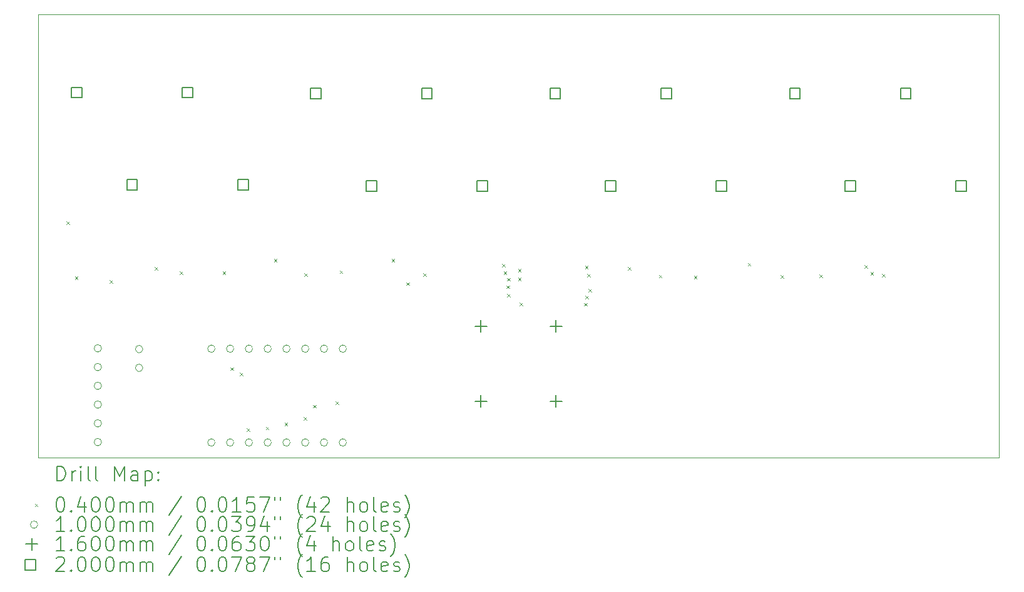
<source format=gbr>
%TF.GenerationSoftware,KiCad,Pcbnew,8.0.3*%
%TF.CreationDate,2025-02-02T18:29:42-08:00*%
%TF.ProjectId,Power_Distribution,506f7765-725f-4446-9973-747269627574,rev?*%
%TF.SameCoordinates,Original*%
%TF.FileFunction,Drillmap*%
%TF.FilePolarity,Positive*%
%FSLAX45Y45*%
G04 Gerber Fmt 4.5, Leading zero omitted, Abs format (unit mm)*
G04 Created by KiCad (PCBNEW 8.0.3) date 2025-02-02 18:29:42*
%MOMM*%
%LPD*%
G01*
G04 APERTURE LIST*
%ADD10C,0.100000*%
%ADD11C,0.200000*%
%ADD12C,0.160000*%
G04 APERTURE END LIST*
D10*
X8153640Y-5227320D02*
X21153640Y-5227320D01*
X21153640Y-11227320D01*
X8153640Y-11227320D01*
X8153640Y-5227320D01*
D11*
D10*
X8534720Y-8026720D02*
X8574720Y-8066720D01*
X8574720Y-8026720D02*
X8534720Y-8066720D01*
X8651560Y-8773480D02*
X8691560Y-8813480D01*
X8691560Y-8773480D02*
X8651560Y-8813480D01*
X9118920Y-8824280D02*
X9158920Y-8864280D01*
X9158920Y-8824280D02*
X9118920Y-8864280D01*
X9728520Y-8647120D02*
X9768520Y-8687120D01*
X9768520Y-8647120D02*
X9728520Y-8687120D01*
X10068880Y-8709000D02*
X10108880Y-8749000D01*
X10108880Y-8709000D02*
X10068880Y-8749000D01*
X10648000Y-8709000D02*
X10688000Y-8749000D01*
X10688000Y-8709000D02*
X10648000Y-8749000D01*
X10752777Y-10006590D02*
X10792777Y-10046590D01*
X10792777Y-10006590D02*
X10752777Y-10046590D01*
X10880217Y-10077390D02*
X10920217Y-10117390D01*
X10920217Y-10077390D02*
X10880217Y-10117390D01*
X10972537Y-10828960D02*
X11012537Y-10868960D01*
X11012537Y-10828960D02*
X10972537Y-10868960D01*
X11232200Y-10810560D02*
X11272200Y-10850560D01*
X11272200Y-10810560D02*
X11232200Y-10850560D01*
X11343960Y-8537240D02*
X11383960Y-8577240D01*
X11383960Y-8537240D02*
X11343960Y-8577240D01*
X11486200Y-10754680D02*
X11526200Y-10794680D01*
X11526200Y-10754680D02*
X11486200Y-10794680D01*
X11745280Y-10678480D02*
X11785280Y-10718480D01*
X11785280Y-10678480D02*
X11745280Y-10718480D01*
X11755440Y-8729320D02*
X11795440Y-8769320D01*
X11795440Y-8729320D02*
X11755440Y-8769320D01*
X11874748Y-10515280D02*
X11914748Y-10555280D01*
X11914748Y-10515280D02*
X11874748Y-10555280D01*
X12177080Y-10470200D02*
X12217080Y-10510200D01*
X12217080Y-10470200D02*
X12177080Y-10510200D01*
X12232960Y-8693760D02*
X12272960Y-8733760D01*
X12272960Y-8693760D02*
X12232960Y-8733760D01*
X12934000Y-8537240D02*
X12974000Y-8577240D01*
X12974000Y-8537240D02*
X12934000Y-8577240D01*
X13132779Y-8855720D02*
X13172779Y-8895720D01*
X13172779Y-8855720D02*
X13132779Y-8895720D01*
X13360720Y-8732840D02*
X13400720Y-8772840D01*
X13400720Y-8732840D02*
X13360720Y-8772840D01*
X14428868Y-8606338D02*
X14468868Y-8646338D01*
X14468868Y-8606338D02*
X14428868Y-8646338D01*
X14451033Y-8705400D02*
X14491033Y-8745400D01*
X14491033Y-8705400D02*
X14451033Y-8745400D01*
X14491714Y-8897246D02*
X14531714Y-8937246D01*
X14531714Y-8897246D02*
X14491714Y-8937246D01*
X14495939Y-8795108D02*
X14535939Y-8835108D01*
X14535939Y-8795108D02*
X14495939Y-8835108D01*
X14498640Y-9012240D02*
X14538640Y-9052240D01*
X14538640Y-9012240D02*
X14498640Y-9052240D01*
X14645198Y-8671812D02*
X14685198Y-8711812D01*
X14685198Y-8671812D02*
X14645198Y-8711812D01*
X14645960Y-8793800D02*
X14685960Y-8833800D01*
X14685960Y-8793800D02*
X14645960Y-8833800D01*
X14666280Y-9129080D02*
X14706280Y-9169080D01*
X14706280Y-9129080D02*
X14666280Y-9169080D01*
X15540040Y-9134160D02*
X15580040Y-9174160D01*
X15580040Y-9134160D02*
X15540040Y-9174160D01*
X15550847Y-8632522D02*
X15590847Y-8672522D01*
X15590847Y-8632522D02*
X15550847Y-8672522D01*
X15557887Y-9035299D02*
X15597887Y-9075299D01*
X15597887Y-9035299D02*
X15557887Y-9075299D01*
X15580680Y-8743000D02*
X15620680Y-8783000D01*
X15620680Y-8743000D02*
X15580680Y-8783000D01*
X15595455Y-8942279D02*
X15635455Y-8982279D01*
X15635455Y-8942279D02*
X15595455Y-8982279D01*
X16129320Y-8646800D02*
X16169320Y-8686800D01*
X16169320Y-8646800D02*
X16129320Y-8686800D01*
X16550960Y-8753160D02*
X16590960Y-8793160D01*
X16590960Y-8753160D02*
X16550960Y-8793160D01*
X17023400Y-8763320D02*
X17063400Y-8803320D01*
X17063400Y-8763320D02*
X17023400Y-8803320D01*
X17752233Y-8592200D02*
X17792233Y-8632200D01*
X17792233Y-8592200D02*
X17752233Y-8632200D01*
X18196880Y-8758240D02*
X18236880Y-8798240D01*
X18236880Y-8758240D02*
X18196880Y-8798240D01*
X18720120Y-8748080D02*
X18760120Y-8788080D01*
X18760120Y-8748080D02*
X18720120Y-8788080D01*
X19329720Y-8621080D02*
X19369720Y-8661080D01*
X19369720Y-8621080D02*
X19329720Y-8661080D01*
X19411000Y-8717600D02*
X19451000Y-8757600D01*
X19451000Y-8717600D02*
X19411000Y-8757600D01*
X19568480Y-8743000D02*
X19608480Y-8783000D01*
X19608480Y-8743000D02*
X19568480Y-8783000D01*
X9011120Y-9749020D02*
G75*
G02*
X8911120Y-9749020I-50000J0D01*
G01*
X8911120Y-9749020D02*
G75*
G02*
X9011120Y-9749020I50000J0D01*
G01*
X9011120Y-10003020D02*
G75*
G02*
X8911120Y-10003020I-50000J0D01*
G01*
X8911120Y-10003020D02*
G75*
G02*
X9011120Y-10003020I50000J0D01*
G01*
X9011120Y-10257020D02*
G75*
G02*
X8911120Y-10257020I-50000J0D01*
G01*
X8911120Y-10257020D02*
G75*
G02*
X9011120Y-10257020I50000J0D01*
G01*
X9011120Y-10511020D02*
G75*
G02*
X8911120Y-10511020I-50000J0D01*
G01*
X8911120Y-10511020D02*
G75*
G02*
X9011120Y-10511020I50000J0D01*
G01*
X9011120Y-10765020D02*
G75*
G02*
X8911120Y-10765020I-50000J0D01*
G01*
X8911120Y-10765020D02*
G75*
G02*
X9011120Y-10765020I50000J0D01*
G01*
X9011120Y-11019020D02*
G75*
G02*
X8911120Y-11019020I-50000J0D01*
G01*
X8911120Y-11019020D02*
G75*
G02*
X9011120Y-11019020I50000J0D01*
G01*
X9569920Y-9758680D02*
G75*
G02*
X9469920Y-9758680I-50000J0D01*
G01*
X9469920Y-9758680D02*
G75*
G02*
X9569920Y-9758680I50000J0D01*
G01*
X9569920Y-10012680D02*
G75*
G02*
X9469920Y-10012680I-50000J0D01*
G01*
X9469920Y-10012680D02*
G75*
G02*
X9569920Y-10012680I50000J0D01*
G01*
X10546780Y-9753600D02*
G75*
G02*
X10446780Y-9753600I-50000J0D01*
G01*
X10446780Y-9753600D02*
G75*
G02*
X10546780Y-9753600I50000J0D01*
G01*
X10546780Y-11023600D02*
G75*
G02*
X10446780Y-11023600I-50000J0D01*
G01*
X10446780Y-11023600D02*
G75*
G02*
X10546780Y-11023600I50000J0D01*
G01*
X10800780Y-9753600D02*
G75*
G02*
X10700780Y-9753600I-50000J0D01*
G01*
X10700780Y-9753600D02*
G75*
G02*
X10800780Y-9753600I50000J0D01*
G01*
X10800780Y-11023600D02*
G75*
G02*
X10700780Y-11023600I-50000J0D01*
G01*
X10700780Y-11023600D02*
G75*
G02*
X10800780Y-11023600I50000J0D01*
G01*
X11054780Y-9753600D02*
G75*
G02*
X10954780Y-9753600I-50000J0D01*
G01*
X10954780Y-9753600D02*
G75*
G02*
X11054780Y-9753600I50000J0D01*
G01*
X11054780Y-11023600D02*
G75*
G02*
X10954780Y-11023600I-50000J0D01*
G01*
X10954780Y-11023600D02*
G75*
G02*
X11054780Y-11023600I50000J0D01*
G01*
X11308780Y-9753600D02*
G75*
G02*
X11208780Y-9753600I-50000J0D01*
G01*
X11208780Y-9753600D02*
G75*
G02*
X11308780Y-9753600I50000J0D01*
G01*
X11308780Y-11023600D02*
G75*
G02*
X11208780Y-11023600I-50000J0D01*
G01*
X11208780Y-11023600D02*
G75*
G02*
X11308780Y-11023600I50000J0D01*
G01*
X11562780Y-9753600D02*
G75*
G02*
X11462780Y-9753600I-50000J0D01*
G01*
X11462780Y-9753600D02*
G75*
G02*
X11562780Y-9753600I50000J0D01*
G01*
X11562780Y-11023600D02*
G75*
G02*
X11462780Y-11023600I-50000J0D01*
G01*
X11462780Y-11023600D02*
G75*
G02*
X11562780Y-11023600I50000J0D01*
G01*
X11816780Y-9753600D02*
G75*
G02*
X11716780Y-9753600I-50000J0D01*
G01*
X11716780Y-9753600D02*
G75*
G02*
X11816780Y-9753600I50000J0D01*
G01*
X11816780Y-11023600D02*
G75*
G02*
X11716780Y-11023600I-50000J0D01*
G01*
X11716780Y-11023600D02*
G75*
G02*
X11816780Y-11023600I50000J0D01*
G01*
X12070780Y-9753600D02*
G75*
G02*
X11970780Y-9753600I-50000J0D01*
G01*
X11970780Y-9753600D02*
G75*
G02*
X12070780Y-9753600I50000J0D01*
G01*
X12070780Y-11023600D02*
G75*
G02*
X11970780Y-11023600I-50000J0D01*
G01*
X11970780Y-11023600D02*
G75*
G02*
X12070780Y-11023600I50000J0D01*
G01*
X12324780Y-9753600D02*
G75*
G02*
X12224780Y-9753600I-50000J0D01*
G01*
X12224780Y-9753600D02*
G75*
G02*
X12324780Y-9753600I50000J0D01*
G01*
X12324780Y-11023600D02*
G75*
G02*
X12224780Y-11023600I-50000J0D01*
G01*
X12224780Y-11023600D02*
G75*
G02*
X12324780Y-11023600I50000J0D01*
G01*
D12*
X14142720Y-9368800D02*
X14142720Y-9528800D01*
X14062720Y-9448800D02*
X14222720Y-9448800D01*
X14142720Y-10384800D02*
X14142720Y-10544800D01*
X14062720Y-10464800D02*
X14222720Y-10464800D01*
X15158720Y-9368800D02*
X15158720Y-9528800D01*
X15078720Y-9448800D02*
X15238720Y-9448800D01*
X15158720Y-10384800D02*
X15158720Y-10544800D01*
X15078720Y-10464800D02*
X15238720Y-10464800D01*
D11*
X8745951Y-6354671D02*
X8745951Y-6213249D01*
X8604529Y-6213249D01*
X8604529Y-6354671D01*
X8745951Y-6354671D01*
X9495951Y-7604671D02*
X9495951Y-7463249D01*
X9354529Y-7463249D01*
X9354529Y-7604671D01*
X9495951Y-7604671D01*
X10245951Y-6354671D02*
X10245951Y-6213249D01*
X10104529Y-6213249D01*
X10104529Y-6354671D01*
X10245951Y-6354671D01*
X10995951Y-7604671D02*
X10995951Y-7463249D01*
X10854529Y-7463249D01*
X10854529Y-7604671D01*
X10995951Y-7604671D01*
X11981911Y-6369911D02*
X11981911Y-6228489D01*
X11840489Y-6228489D01*
X11840489Y-6369911D01*
X11981911Y-6369911D01*
X12731911Y-7619911D02*
X12731911Y-7478489D01*
X12590489Y-7478489D01*
X12590489Y-7619911D01*
X12731911Y-7619911D01*
X13481911Y-6369911D02*
X13481911Y-6228489D01*
X13340489Y-6228489D01*
X13340489Y-6369911D01*
X13481911Y-6369911D01*
X14231911Y-7619911D02*
X14231911Y-7478489D01*
X14090489Y-7478489D01*
X14090489Y-7619911D01*
X14231911Y-7619911D01*
X15219271Y-6369911D02*
X15219271Y-6228489D01*
X15077849Y-6228489D01*
X15077849Y-6369911D01*
X15219271Y-6369911D01*
X15969271Y-7619911D02*
X15969271Y-7478489D01*
X15827849Y-7478489D01*
X15827849Y-7619911D01*
X15969271Y-7619911D01*
X16719271Y-6369911D02*
X16719271Y-6228489D01*
X16577849Y-6228489D01*
X16577849Y-6369911D01*
X16719271Y-6369911D01*
X17469271Y-7619911D02*
X17469271Y-7478489D01*
X17327849Y-7478489D01*
X17327849Y-7619911D01*
X17469271Y-7619911D01*
X18460311Y-6369911D02*
X18460311Y-6228489D01*
X18318889Y-6228489D01*
X18318889Y-6369911D01*
X18460311Y-6369911D01*
X19210311Y-7619911D02*
X19210311Y-7478489D01*
X19068889Y-7478489D01*
X19068889Y-7619911D01*
X19210311Y-7619911D01*
X19960311Y-6369911D02*
X19960311Y-6228489D01*
X19818889Y-6228489D01*
X19818889Y-6369911D01*
X19960311Y-6369911D01*
X20710311Y-7619911D02*
X20710311Y-7478489D01*
X20568889Y-7478489D01*
X20568889Y-7619911D01*
X20710311Y-7619911D01*
X8409417Y-11543804D02*
X8409417Y-11343804D01*
X8409417Y-11343804D02*
X8457036Y-11343804D01*
X8457036Y-11343804D02*
X8485607Y-11353328D01*
X8485607Y-11353328D02*
X8504655Y-11372375D01*
X8504655Y-11372375D02*
X8514179Y-11391423D01*
X8514179Y-11391423D02*
X8523703Y-11429518D01*
X8523703Y-11429518D02*
X8523703Y-11458089D01*
X8523703Y-11458089D02*
X8514179Y-11496185D01*
X8514179Y-11496185D02*
X8504655Y-11515232D01*
X8504655Y-11515232D02*
X8485607Y-11534280D01*
X8485607Y-11534280D02*
X8457036Y-11543804D01*
X8457036Y-11543804D02*
X8409417Y-11543804D01*
X8609417Y-11543804D02*
X8609417Y-11410470D01*
X8609417Y-11448566D02*
X8618941Y-11429518D01*
X8618941Y-11429518D02*
X8628464Y-11419994D01*
X8628464Y-11419994D02*
X8647512Y-11410470D01*
X8647512Y-11410470D02*
X8666560Y-11410470D01*
X8733226Y-11543804D02*
X8733226Y-11410470D01*
X8733226Y-11343804D02*
X8723703Y-11353328D01*
X8723703Y-11353328D02*
X8733226Y-11362851D01*
X8733226Y-11362851D02*
X8742750Y-11353328D01*
X8742750Y-11353328D02*
X8733226Y-11343804D01*
X8733226Y-11343804D02*
X8733226Y-11362851D01*
X8857036Y-11543804D02*
X8837988Y-11534280D01*
X8837988Y-11534280D02*
X8828464Y-11515232D01*
X8828464Y-11515232D02*
X8828464Y-11343804D01*
X8961798Y-11543804D02*
X8942750Y-11534280D01*
X8942750Y-11534280D02*
X8933226Y-11515232D01*
X8933226Y-11515232D02*
X8933226Y-11343804D01*
X9190369Y-11543804D02*
X9190369Y-11343804D01*
X9190369Y-11343804D02*
X9257036Y-11486661D01*
X9257036Y-11486661D02*
X9323703Y-11343804D01*
X9323703Y-11343804D02*
X9323703Y-11543804D01*
X9504655Y-11543804D02*
X9504655Y-11439042D01*
X9504655Y-11439042D02*
X9495131Y-11419994D01*
X9495131Y-11419994D02*
X9476084Y-11410470D01*
X9476084Y-11410470D02*
X9437988Y-11410470D01*
X9437988Y-11410470D02*
X9418941Y-11419994D01*
X9504655Y-11534280D02*
X9485607Y-11543804D01*
X9485607Y-11543804D02*
X9437988Y-11543804D01*
X9437988Y-11543804D02*
X9418941Y-11534280D01*
X9418941Y-11534280D02*
X9409417Y-11515232D01*
X9409417Y-11515232D02*
X9409417Y-11496185D01*
X9409417Y-11496185D02*
X9418941Y-11477137D01*
X9418941Y-11477137D02*
X9437988Y-11467613D01*
X9437988Y-11467613D02*
X9485607Y-11467613D01*
X9485607Y-11467613D02*
X9504655Y-11458089D01*
X9599893Y-11410470D02*
X9599893Y-11610470D01*
X9599893Y-11419994D02*
X9618941Y-11410470D01*
X9618941Y-11410470D02*
X9657036Y-11410470D01*
X9657036Y-11410470D02*
X9676084Y-11419994D01*
X9676084Y-11419994D02*
X9685607Y-11429518D01*
X9685607Y-11429518D02*
X9695131Y-11448566D01*
X9695131Y-11448566D02*
X9695131Y-11505708D01*
X9695131Y-11505708D02*
X9685607Y-11524756D01*
X9685607Y-11524756D02*
X9676084Y-11534280D01*
X9676084Y-11534280D02*
X9657036Y-11543804D01*
X9657036Y-11543804D02*
X9618941Y-11543804D01*
X9618941Y-11543804D02*
X9599893Y-11534280D01*
X9780845Y-11524756D02*
X9790369Y-11534280D01*
X9790369Y-11534280D02*
X9780845Y-11543804D01*
X9780845Y-11543804D02*
X9771322Y-11534280D01*
X9771322Y-11534280D02*
X9780845Y-11524756D01*
X9780845Y-11524756D02*
X9780845Y-11543804D01*
X9780845Y-11419994D02*
X9790369Y-11429518D01*
X9790369Y-11429518D02*
X9780845Y-11439042D01*
X9780845Y-11439042D02*
X9771322Y-11429518D01*
X9771322Y-11429518D02*
X9780845Y-11419994D01*
X9780845Y-11419994D02*
X9780845Y-11439042D01*
D10*
X8108640Y-11852320D02*
X8148640Y-11892320D01*
X8148640Y-11852320D02*
X8108640Y-11892320D01*
D11*
X8447512Y-11763804D02*
X8466560Y-11763804D01*
X8466560Y-11763804D02*
X8485607Y-11773328D01*
X8485607Y-11773328D02*
X8495131Y-11782851D01*
X8495131Y-11782851D02*
X8504655Y-11801899D01*
X8504655Y-11801899D02*
X8514179Y-11839994D01*
X8514179Y-11839994D02*
X8514179Y-11887613D01*
X8514179Y-11887613D02*
X8504655Y-11925708D01*
X8504655Y-11925708D02*
X8495131Y-11944756D01*
X8495131Y-11944756D02*
X8485607Y-11954280D01*
X8485607Y-11954280D02*
X8466560Y-11963804D01*
X8466560Y-11963804D02*
X8447512Y-11963804D01*
X8447512Y-11963804D02*
X8428464Y-11954280D01*
X8428464Y-11954280D02*
X8418941Y-11944756D01*
X8418941Y-11944756D02*
X8409417Y-11925708D01*
X8409417Y-11925708D02*
X8399893Y-11887613D01*
X8399893Y-11887613D02*
X8399893Y-11839994D01*
X8399893Y-11839994D02*
X8409417Y-11801899D01*
X8409417Y-11801899D02*
X8418941Y-11782851D01*
X8418941Y-11782851D02*
X8428464Y-11773328D01*
X8428464Y-11773328D02*
X8447512Y-11763804D01*
X8599893Y-11944756D02*
X8609417Y-11954280D01*
X8609417Y-11954280D02*
X8599893Y-11963804D01*
X8599893Y-11963804D02*
X8590369Y-11954280D01*
X8590369Y-11954280D02*
X8599893Y-11944756D01*
X8599893Y-11944756D02*
X8599893Y-11963804D01*
X8780845Y-11830470D02*
X8780845Y-11963804D01*
X8733226Y-11754280D02*
X8685607Y-11897137D01*
X8685607Y-11897137D02*
X8809417Y-11897137D01*
X8923703Y-11763804D02*
X8942750Y-11763804D01*
X8942750Y-11763804D02*
X8961798Y-11773328D01*
X8961798Y-11773328D02*
X8971322Y-11782851D01*
X8971322Y-11782851D02*
X8980845Y-11801899D01*
X8980845Y-11801899D02*
X8990369Y-11839994D01*
X8990369Y-11839994D02*
X8990369Y-11887613D01*
X8990369Y-11887613D02*
X8980845Y-11925708D01*
X8980845Y-11925708D02*
X8971322Y-11944756D01*
X8971322Y-11944756D02*
X8961798Y-11954280D01*
X8961798Y-11954280D02*
X8942750Y-11963804D01*
X8942750Y-11963804D02*
X8923703Y-11963804D01*
X8923703Y-11963804D02*
X8904655Y-11954280D01*
X8904655Y-11954280D02*
X8895131Y-11944756D01*
X8895131Y-11944756D02*
X8885607Y-11925708D01*
X8885607Y-11925708D02*
X8876084Y-11887613D01*
X8876084Y-11887613D02*
X8876084Y-11839994D01*
X8876084Y-11839994D02*
X8885607Y-11801899D01*
X8885607Y-11801899D02*
X8895131Y-11782851D01*
X8895131Y-11782851D02*
X8904655Y-11773328D01*
X8904655Y-11773328D02*
X8923703Y-11763804D01*
X9114179Y-11763804D02*
X9133226Y-11763804D01*
X9133226Y-11763804D02*
X9152274Y-11773328D01*
X9152274Y-11773328D02*
X9161798Y-11782851D01*
X9161798Y-11782851D02*
X9171322Y-11801899D01*
X9171322Y-11801899D02*
X9180845Y-11839994D01*
X9180845Y-11839994D02*
X9180845Y-11887613D01*
X9180845Y-11887613D02*
X9171322Y-11925708D01*
X9171322Y-11925708D02*
X9161798Y-11944756D01*
X9161798Y-11944756D02*
X9152274Y-11954280D01*
X9152274Y-11954280D02*
X9133226Y-11963804D01*
X9133226Y-11963804D02*
X9114179Y-11963804D01*
X9114179Y-11963804D02*
X9095131Y-11954280D01*
X9095131Y-11954280D02*
X9085607Y-11944756D01*
X9085607Y-11944756D02*
X9076084Y-11925708D01*
X9076084Y-11925708D02*
X9066560Y-11887613D01*
X9066560Y-11887613D02*
X9066560Y-11839994D01*
X9066560Y-11839994D02*
X9076084Y-11801899D01*
X9076084Y-11801899D02*
X9085607Y-11782851D01*
X9085607Y-11782851D02*
X9095131Y-11773328D01*
X9095131Y-11773328D02*
X9114179Y-11763804D01*
X9266560Y-11963804D02*
X9266560Y-11830470D01*
X9266560Y-11849518D02*
X9276084Y-11839994D01*
X9276084Y-11839994D02*
X9295131Y-11830470D01*
X9295131Y-11830470D02*
X9323703Y-11830470D01*
X9323703Y-11830470D02*
X9342750Y-11839994D01*
X9342750Y-11839994D02*
X9352274Y-11859042D01*
X9352274Y-11859042D02*
X9352274Y-11963804D01*
X9352274Y-11859042D02*
X9361798Y-11839994D01*
X9361798Y-11839994D02*
X9380845Y-11830470D01*
X9380845Y-11830470D02*
X9409417Y-11830470D01*
X9409417Y-11830470D02*
X9428465Y-11839994D01*
X9428465Y-11839994D02*
X9437988Y-11859042D01*
X9437988Y-11859042D02*
X9437988Y-11963804D01*
X9533226Y-11963804D02*
X9533226Y-11830470D01*
X9533226Y-11849518D02*
X9542750Y-11839994D01*
X9542750Y-11839994D02*
X9561798Y-11830470D01*
X9561798Y-11830470D02*
X9590369Y-11830470D01*
X9590369Y-11830470D02*
X9609417Y-11839994D01*
X9609417Y-11839994D02*
X9618941Y-11859042D01*
X9618941Y-11859042D02*
X9618941Y-11963804D01*
X9618941Y-11859042D02*
X9628465Y-11839994D01*
X9628465Y-11839994D02*
X9647512Y-11830470D01*
X9647512Y-11830470D02*
X9676084Y-11830470D01*
X9676084Y-11830470D02*
X9695131Y-11839994D01*
X9695131Y-11839994D02*
X9704655Y-11859042D01*
X9704655Y-11859042D02*
X9704655Y-11963804D01*
X10095131Y-11754280D02*
X9923703Y-12011423D01*
X10352274Y-11763804D02*
X10371322Y-11763804D01*
X10371322Y-11763804D02*
X10390369Y-11773328D01*
X10390369Y-11773328D02*
X10399893Y-11782851D01*
X10399893Y-11782851D02*
X10409417Y-11801899D01*
X10409417Y-11801899D02*
X10418941Y-11839994D01*
X10418941Y-11839994D02*
X10418941Y-11887613D01*
X10418941Y-11887613D02*
X10409417Y-11925708D01*
X10409417Y-11925708D02*
X10399893Y-11944756D01*
X10399893Y-11944756D02*
X10390369Y-11954280D01*
X10390369Y-11954280D02*
X10371322Y-11963804D01*
X10371322Y-11963804D02*
X10352274Y-11963804D01*
X10352274Y-11963804D02*
X10333227Y-11954280D01*
X10333227Y-11954280D02*
X10323703Y-11944756D01*
X10323703Y-11944756D02*
X10314179Y-11925708D01*
X10314179Y-11925708D02*
X10304655Y-11887613D01*
X10304655Y-11887613D02*
X10304655Y-11839994D01*
X10304655Y-11839994D02*
X10314179Y-11801899D01*
X10314179Y-11801899D02*
X10323703Y-11782851D01*
X10323703Y-11782851D02*
X10333227Y-11773328D01*
X10333227Y-11773328D02*
X10352274Y-11763804D01*
X10504655Y-11944756D02*
X10514179Y-11954280D01*
X10514179Y-11954280D02*
X10504655Y-11963804D01*
X10504655Y-11963804D02*
X10495131Y-11954280D01*
X10495131Y-11954280D02*
X10504655Y-11944756D01*
X10504655Y-11944756D02*
X10504655Y-11963804D01*
X10637988Y-11763804D02*
X10657036Y-11763804D01*
X10657036Y-11763804D02*
X10676084Y-11773328D01*
X10676084Y-11773328D02*
X10685608Y-11782851D01*
X10685608Y-11782851D02*
X10695131Y-11801899D01*
X10695131Y-11801899D02*
X10704655Y-11839994D01*
X10704655Y-11839994D02*
X10704655Y-11887613D01*
X10704655Y-11887613D02*
X10695131Y-11925708D01*
X10695131Y-11925708D02*
X10685608Y-11944756D01*
X10685608Y-11944756D02*
X10676084Y-11954280D01*
X10676084Y-11954280D02*
X10657036Y-11963804D01*
X10657036Y-11963804D02*
X10637988Y-11963804D01*
X10637988Y-11963804D02*
X10618941Y-11954280D01*
X10618941Y-11954280D02*
X10609417Y-11944756D01*
X10609417Y-11944756D02*
X10599893Y-11925708D01*
X10599893Y-11925708D02*
X10590369Y-11887613D01*
X10590369Y-11887613D02*
X10590369Y-11839994D01*
X10590369Y-11839994D02*
X10599893Y-11801899D01*
X10599893Y-11801899D02*
X10609417Y-11782851D01*
X10609417Y-11782851D02*
X10618941Y-11773328D01*
X10618941Y-11773328D02*
X10637988Y-11763804D01*
X10895131Y-11963804D02*
X10780846Y-11963804D01*
X10837988Y-11963804D02*
X10837988Y-11763804D01*
X10837988Y-11763804D02*
X10818941Y-11792375D01*
X10818941Y-11792375D02*
X10799893Y-11811423D01*
X10799893Y-11811423D02*
X10780846Y-11820947D01*
X11076084Y-11763804D02*
X10980846Y-11763804D01*
X10980846Y-11763804D02*
X10971322Y-11859042D01*
X10971322Y-11859042D02*
X10980846Y-11849518D01*
X10980846Y-11849518D02*
X10999893Y-11839994D01*
X10999893Y-11839994D02*
X11047512Y-11839994D01*
X11047512Y-11839994D02*
X11066560Y-11849518D01*
X11066560Y-11849518D02*
X11076084Y-11859042D01*
X11076084Y-11859042D02*
X11085608Y-11878089D01*
X11085608Y-11878089D02*
X11085608Y-11925708D01*
X11085608Y-11925708D02*
X11076084Y-11944756D01*
X11076084Y-11944756D02*
X11066560Y-11954280D01*
X11066560Y-11954280D02*
X11047512Y-11963804D01*
X11047512Y-11963804D02*
X10999893Y-11963804D01*
X10999893Y-11963804D02*
X10980846Y-11954280D01*
X10980846Y-11954280D02*
X10971322Y-11944756D01*
X11152274Y-11763804D02*
X11285607Y-11763804D01*
X11285607Y-11763804D02*
X11199893Y-11963804D01*
X11352274Y-11763804D02*
X11352274Y-11801899D01*
X11428465Y-11763804D02*
X11428465Y-11801899D01*
X11723703Y-12039994D02*
X11714179Y-12030470D01*
X11714179Y-12030470D02*
X11695131Y-12001899D01*
X11695131Y-12001899D02*
X11685608Y-11982851D01*
X11685608Y-11982851D02*
X11676084Y-11954280D01*
X11676084Y-11954280D02*
X11666560Y-11906661D01*
X11666560Y-11906661D02*
X11666560Y-11868566D01*
X11666560Y-11868566D02*
X11676084Y-11820947D01*
X11676084Y-11820947D02*
X11685608Y-11792375D01*
X11685608Y-11792375D02*
X11695131Y-11773328D01*
X11695131Y-11773328D02*
X11714179Y-11744756D01*
X11714179Y-11744756D02*
X11723703Y-11735232D01*
X11885608Y-11830470D02*
X11885608Y-11963804D01*
X11837988Y-11754280D02*
X11790369Y-11897137D01*
X11790369Y-11897137D02*
X11914179Y-11897137D01*
X11980846Y-11782851D02*
X11990369Y-11773328D01*
X11990369Y-11773328D02*
X12009417Y-11763804D01*
X12009417Y-11763804D02*
X12057036Y-11763804D01*
X12057036Y-11763804D02*
X12076084Y-11773328D01*
X12076084Y-11773328D02*
X12085608Y-11782851D01*
X12085608Y-11782851D02*
X12095131Y-11801899D01*
X12095131Y-11801899D02*
X12095131Y-11820947D01*
X12095131Y-11820947D02*
X12085608Y-11849518D01*
X12085608Y-11849518D02*
X11971322Y-11963804D01*
X11971322Y-11963804D02*
X12095131Y-11963804D01*
X12333227Y-11963804D02*
X12333227Y-11763804D01*
X12418941Y-11963804D02*
X12418941Y-11859042D01*
X12418941Y-11859042D02*
X12409417Y-11839994D01*
X12409417Y-11839994D02*
X12390370Y-11830470D01*
X12390370Y-11830470D02*
X12361798Y-11830470D01*
X12361798Y-11830470D02*
X12342750Y-11839994D01*
X12342750Y-11839994D02*
X12333227Y-11849518D01*
X12542750Y-11963804D02*
X12523703Y-11954280D01*
X12523703Y-11954280D02*
X12514179Y-11944756D01*
X12514179Y-11944756D02*
X12504655Y-11925708D01*
X12504655Y-11925708D02*
X12504655Y-11868566D01*
X12504655Y-11868566D02*
X12514179Y-11849518D01*
X12514179Y-11849518D02*
X12523703Y-11839994D01*
X12523703Y-11839994D02*
X12542750Y-11830470D01*
X12542750Y-11830470D02*
X12571322Y-11830470D01*
X12571322Y-11830470D02*
X12590370Y-11839994D01*
X12590370Y-11839994D02*
X12599893Y-11849518D01*
X12599893Y-11849518D02*
X12609417Y-11868566D01*
X12609417Y-11868566D02*
X12609417Y-11925708D01*
X12609417Y-11925708D02*
X12599893Y-11944756D01*
X12599893Y-11944756D02*
X12590370Y-11954280D01*
X12590370Y-11954280D02*
X12571322Y-11963804D01*
X12571322Y-11963804D02*
X12542750Y-11963804D01*
X12723703Y-11963804D02*
X12704655Y-11954280D01*
X12704655Y-11954280D02*
X12695131Y-11935232D01*
X12695131Y-11935232D02*
X12695131Y-11763804D01*
X12876084Y-11954280D02*
X12857036Y-11963804D01*
X12857036Y-11963804D02*
X12818941Y-11963804D01*
X12818941Y-11963804D02*
X12799893Y-11954280D01*
X12799893Y-11954280D02*
X12790370Y-11935232D01*
X12790370Y-11935232D02*
X12790370Y-11859042D01*
X12790370Y-11859042D02*
X12799893Y-11839994D01*
X12799893Y-11839994D02*
X12818941Y-11830470D01*
X12818941Y-11830470D02*
X12857036Y-11830470D01*
X12857036Y-11830470D02*
X12876084Y-11839994D01*
X12876084Y-11839994D02*
X12885608Y-11859042D01*
X12885608Y-11859042D02*
X12885608Y-11878089D01*
X12885608Y-11878089D02*
X12790370Y-11897137D01*
X12961798Y-11954280D02*
X12980846Y-11963804D01*
X12980846Y-11963804D02*
X13018941Y-11963804D01*
X13018941Y-11963804D02*
X13037989Y-11954280D01*
X13037989Y-11954280D02*
X13047512Y-11935232D01*
X13047512Y-11935232D02*
X13047512Y-11925708D01*
X13047512Y-11925708D02*
X13037989Y-11906661D01*
X13037989Y-11906661D02*
X13018941Y-11897137D01*
X13018941Y-11897137D02*
X12990370Y-11897137D01*
X12990370Y-11897137D02*
X12971322Y-11887613D01*
X12971322Y-11887613D02*
X12961798Y-11868566D01*
X12961798Y-11868566D02*
X12961798Y-11859042D01*
X12961798Y-11859042D02*
X12971322Y-11839994D01*
X12971322Y-11839994D02*
X12990370Y-11830470D01*
X12990370Y-11830470D02*
X13018941Y-11830470D01*
X13018941Y-11830470D02*
X13037989Y-11839994D01*
X13114179Y-12039994D02*
X13123703Y-12030470D01*
X13123703Y-12030470D02*
X13142751Y-12001899D01*
X13142751Y-12001899D02*
X13152274Y-11982851D01*
X13152274Y-11982851D02*
X13161798Y-11954280D01*
X13161798Y-11954280D02*
X13171322Y-11906661D01*
X13171322Y-11906661D02*
X13171322Y-11868566D01*
X13171322Y-11868566D02*
X13161798Y-11820947D01*
X13161798Y-11820947D02*
X13152274Y-11792375D01*
X13152274Y-11792375D02*
X13142751Y-11773328D01*
X13142751Y-11773328D02*
X13123703Y-11744756D01*
X13123703Y-11744756D02*
X13114179Y-11735232D01*
D10*
X8148640Y-12136320D02*
G75*
G02*
X8048640Y-12136320I-50000J0D01*
G01*
X8048640Y-12136320D02*
G75*
G02*
X8148640Y-12136320I50000J0D01*
G01*
D11*
X8514179Y-12227804D02*
X8399893Y-12227804D01*
X8457036Y-12227804D02*
X8457036Y-12027804D01*
X8457036Y-12027804D02*
X8437988Y-12056375D01*
X8437988Y-12056375D02*
X8418941Y-12075423D01*
X8418941Y-12075423D02*
X8399893Y-12084947D01*
X8599893Y-12208756D02*
X8609417Y-12218280D01*
X8609417Y-12218280D02*
X8599893Y-12227804D01*
X8599893Y-12227804D02*
X8590369Y-12218280D01*
X8590369Y-12218280D02*
X8599893Y-12208756D01*
X8599893Y-12208756D02*
X8599893Y-12227804D01*
X8733226Y-12027804D02*
X8752274Y-12027804D01*
X8752274Y-12027804D02*
X8771322Y-12037328D01*
X8771322Y-12037328D02*
X8780845Y-12046851D01*
X8780845Y-12046851D02*
X8790369Y-12065899D01*
X8790369Y-12065899D02*
X8799893Y-12103994D01*
X8799893Y-12103994D02*
X8799893Y-12151613D01*
X8799893Y-12151613D02*
X8790369Y-12189708D01*
X8790369Y-12189708D02*
X8780845Y-12208756D01*
X8780845Y-12208756D02*
X8771322Y-12218280D01*
X8771322Y-12218280D02*
X8752274Y-12227804D01*
X8752274Y-12227804D02*
X8733226Y-12227804D01*
X8733226Y-12227804D02*
X8714179Y-12218280D01*
X8714179Y-12218280D02*
X8704655Y-12208756D01*
X8704655Y-12208756D02*
X8695131Y-12189708D01*
X8695131Y-12189708D02*
X8685607Y-12151613D01*
X8685607Y-12151613D02*
X8685607Y-12103994D01*
X8685607Y-12103994D02*
X8695131Y-12065899D01*
X8695131Y-12065899D02*
X8704655Y-12046851D01*
X8704655Y-12046851D02*
X8714179Y-12037328D01*
X8714179Y-12037328D02*
X8733226Y-12027804D01*
X8923703Y-12027804D02*
X8942750Y-12027804D01*
X8942750Y-12027804D02*
X8961798Y-12037328D01*
X8961798Y-12037328D02*
X8971322Y-12046851D01*
X8971322Y-12046851D02*
X8980845Y-12065899D01*
X8980845Y-12065899D02*
X8990369Y-12103994D01*
X8990369Y-12103994D02*
X8990369Y-12151613D01*
X8990369Y-12151613D02*
X8980845Y-12189708D01*
X8980845Y-12189708D02*
X8971322Y-12208756D01*
X8971322Y-12208756D02*
X8961798Y-12218280D01*
X8961798Y-12218280D02*
X8942750Y-12227804D01*
X8942750Y-12227804D02*
X8923703Y-12227804D01*
X8923703Y-12227804D02*
X8904655Y-12218280D01*
X8904655Y-12218280D02*
X8895131Y-12208756D01*
X8895131Y-12208756D02*
X8885607Y-12189708D01*
X8885607Y-12189708D02*
X8876084Y-12151613D01*
X8876084Y-12151613D02*
X8876084Y-12103994D01*
X8876084Y-12103994D02*
X8885607Y-12065899D01*
X8885607Y-12065899D02*
X8895131Y-12046851D01*
X8895131Y-12046851D02*
X8904655Y-12037328D01*
X8904655Y-12037328D02*
X8923703Y-12027804D01*
X9114179Y-12027804D02*
X9133226Y-12027804D01*
X9133226Y-12027804D02*
X9152274Y-12037328D01*
X9152274Y-12037328D02*
X9161798Y-12046851D01*
X9161798Y-12046851D02*
X9171322Y-12065899D01*
X9171322Y-12065899D02*
X9180845Y-12103994D01*
X9180845Y-12103994D02*
X9180845Y-12151613D01*
X9180845Y-12151613D02*
X9171322Y-12189708D01*
X9171322Y-12189708D02*
X9161798Y-12208756D01*
X9161798Y-12208756D02*
X9152274Y-12218280D01*
X9152274Y-12218280D02*
X9133226Y-12227804D01*
X9133226Y-12227804D02*
X9114179Y-12227804D01*
X9114179Y-12227804D02*
X9095131Y-12218280D01*
X9095131Y-12218280D02*
X9085607Y-12208756D01*
X9085607Y-12208756D02*
X9076084Y-12189708D01*
X9076084Y-12189708D02*
X9066560Y-12151613D01*
X9066560Y-12151613D02*
X9066560Y-12103994D01*
X9066560Y-12103994D02*
X9076084Y-12065899D01*
X9076084Y-12065899D02*
X9085607Y-12046851D01*
X9085607Y-12046851D02*
X9095131Y-12037328D01*
X9095131Y-12037328D02*
X9114179Y-12027804D01*
X9266560Y-12227804D02*
X9266560Y-12094470D01*
X9266560Y-12113518D02*
X9276084Y-12103994D01*
X9276084Y-12103994D02*
X9295131Y-12094470D01*
X9295131Y-12094470D02*
X9323703Y-12094470D01*
X9323703Y-12094470D02*
X9342750Y-12103994D01*
X9342750Y-12103994D02*
X9352274Y-12123042D01*
X9352274Y-12123042D02*
X9352274Y-12227804D01*
X9352274Y-12123042D02*
X9361798Y-12103994D01*
X9361798Y-12103994D02*
X9380845Y-12094470D01*
X9380845Y-12094470D02*
X9409417Y-12094470D01*
X9409417Y-12094470D02*
X9428465Y-12103994D01*
X9428465Y-12103994D02*
X9437988Y-12123042D01*
X9437988Y-12123042D02*
X9437988Y-12227804D01*
X9533226Y-12227804D02*
X9533226Y-12094470D01*
X9533226Y-12113518D02*
X9542750Y-12103994D01*
X9542750Y-12103994D02*
X9561798Y-12094470D01*
X9561798Y-12094470D02*
X9590369Y-12094470D01*
X9590369Y-12094470D02*
X9609417Y-12103994D01*
X9609417Y-12103994D02*
X9618941Y-12123042D01*
X9618941Y-12123042D02*
X9618941Y-12227804D01*
X9618941Y-12123042D02*
X9628465Y-12103994D01*
X9628465Y-12103994D02*
X9647512Y-12094470D01*
X9647512Y-12094470D02*
X9676084Y-12094470D01*
X9676084Y-12094470D02*
X9695131Y-12103994D01*
X9695131Y-12103994D02*
X9704655Y-12123042D01*
X9704655Y-12123042D02*
X9704655Y-12227804D01*
X10095131Y-12018280D02*
X9923703Y-12275423D01*
X10352274Y-12027804D02*
X10371322Y-12027804D01*
X10371322Y-12027804D02*
X10390369Y-12037328D01*
X10390369Y-12037328D02*
X10399893Y-12046851D01*
X10399893Y-12046851D02*
X10409417Y-12065899D01*
X10409417Y-12065899D02*
X10418941Y-12103994D01*
X10418941Y-12103994D02*
X10418941Y-12151613D01*
X10418941Y-12151613D02*
X10409417Y-12189708D01*
X10409417Y-12189708D02*
X10399893Y-12208756D01*
X10399893Y-12208756D02*
X10390369Y-12218280D01*
X10390369Y-12218280D02*
X10371322Y-12227804D01*
X10371322Y-12227804D02*
X10352274Y-12227804D01*
X10352274Y-12227804D02*
X10333227Y-12218280D01*
X10333227Y-12218280D02*
X10323703Y-12208756D01*
X10323703Y-12208756D02*
X10314179Y-12189708D01*
X10314179Y-12189708D02*
X10304655Y-12151613D01*
X10304655Y-12151613D02*
X10304655Y-12103994D01*
X10304655Y-12103994D02*
X10314179Y-12065899D01*
X10314179Y-12065899D02*
X10323703Y-12046851D01*
X10323703Y-12046851D02*
X10333227Y-12037328D01*
X10333227Y-12037328D02*
X10352274Y-12027804D01*
X10504655Y-12208756D02*
X10514179Y-12218280D01*
X10514179Y-12218280D02*
X10504655Y-12227804D01*
X10504655Y-12227804D02*
X10495131Y-12218280D01*
X10495131Y-12218280D02*
X10504655Y-12208756D01*
X10504655Y-12208756D02*
X10504655Y-12227804D01*
X10637988Y-12027804D02*
X10657036Y-12027804D01*
X10657036Y-12027804D02*
X10676084Y-12037328D01*
X10676084Y-12037328D02*
X10685608Y-12046851D01*
X10685608Y-12046851D02*
X10695131Y-12065899D01*
X10695131Y-12065899D02*
X10704655Y-12103994D01*
X10704655Y-12103994D02*
X10704655Y-12151613D01*
X10704655Y-12151613D02*
X10695131Y-12189708D01*
X10695131Y-12189708D02*
X10685608Y-12208756D01*
X10685608Y-12208756D02*
X10676084Y-12218280D01*
X10676084Y-12218280D02*
X10657036Y-12227804D01*
X10657036Y-12227804D02*
X10637988Y-12227804D01*
X10637988Y-12227804D02*
X10618941Y-12218280D01*
X10618941Y-12218280D02*
X10609417Y-12208756D01*
X10609417Y-12208756D02*
X10599893Y-12189708D01*
X10599893Y-12189708D02*
X10590369Y-12151613D01*
X10590369Y-12151613D02*
X10590369Y-12103994D01*
X10590369Y-12103994D02*
X10599893Y-12065899D01*
X10599893Y-12065899D02*
X10609417Y-12046851D01*
X10609417Y-12046851D02*
X10618941Y-12037328D01*
X10618941Y-12037328D02*
X10637988Y-12027804D01*
X10771322Y-12027804D02*
X10895131Y-12027804D01*
X10895131Y-12027804D02*
X10828465Y-12103994D01*
X10828465Y-12103994D02*
X10857036Y-12103994D01*
X10857036Y-12103994D02*
X10876084Y-12113518D01*
X10876084Y-12113518D02*
X10885608Y-12123042D01*
X10885608Y-12123042D02*
X10895131Y-12142089D01*
X10895131Y-12142089D02*
X10895131Y-12189708D01*
X10895131Y-12189708D02*
X10885608Y-12208756D01*
X10885608Y-12208756D02*
X10876084Y-12218280D01*
X10876084Y-12218280D02*
X10857036Y-12227804D01*
X10857036Y-12227804D02*
X10799893Y-12227804D01*
X10799893Y-12227804D02*
X10780846Y-12218280D01*
X10780846Y-12218280D02*
X10771322Y-12208756D01*
X10990369Y-12227804D02*
X11028465Y-12227804D01*
X11028465Y-12227804D02*
X11047512Y-12218280D01*
X11047512Y-12218280D02*
X11057036Y-12208756D01*
X11057036Y-12208756D02*
X11076084Y-12180185D01*
X11076084Y-12180185D02*
X11085608Y-12142089D01*
X11085608Y-12142089D02*
X11085608Y-12065899D01*
X11085608Y-12065899D02*
X11076084Y-12046851D01*
X11076084Y-12046851D02*
X11066560Y-12037328D01*
X11066560Y-12037328D02*
X11047512Y-12027804D01*
X11047512Y-12027804D02*
X11009417Y-12027804D01*
X11009417Y-12027804D02*
X10990369Y-12037328D01*
X10990369Y-12037328D02*
X10980846Y-12046851D01*
X10980846Y-12046851D02*
X10971322Y-12065899D01*
X10971322Y-12065899D02*
X10971322Y-12113518D01*
X10971322Y-12113518D02*
X10980846Y-12132566D01*
X10980846Y-12132566D02*
X10990369Y-12142089D01*
X10990369Y-12142089D02*
X11009417Y-12151613D01*
X11009417Y-12151613D02*
X11047512Y-12151613D01*
X11047512Y-12151613D02*
X11066560Y-12142089D01*
X11066560Y-12142089D02*
X11076084Y-12132566D01*
X11076084Y-12132566D02*
X11085608Y-12113518D01*
X11257036Y-12094470D02*
X11257036Y-12227804D01*
X11209417Y-12018280D02*
X11161798Y-12161137D01*
X11161798Y-12161137D02*
X11285607Y-12161137D01*
X11352274Y-12027804D02*
X11352274Y-12065899D01*
X11428465Y-12027804D02*
X11428465Y-12065899D01*
X11723703Y-12303994D02*
X11714179Y-12294470D01*
X11714179Y-12294470D02*
X11695131Y-12265899D01*
X11695131Y-12265899D02*
X11685608Y-12246851D01*
X11685608Y-12246851D02*
X11676084Y-12218280D01*
X11676084Y-12218280D02*
X11666560Y-12170661D01*
X11666560Y-12170661D02*
X11666560Y-12132566D01*
X11666560Y-12132566D02*
X11676084Y-12084947D01*
X11676084Y-12084947D02*
X11685608Y-12056375D01*
X11685608Y-12056375D02*
X11695131Y-12037328D01*
X11695131Y-12037328D02*
X11714179Y-12008756D01*
X11714179Y-12008756D02*
X11723703Y-11999232D01*
X11790369Y-12046851D02*
X11799893Y-12037328D01*
X11799893Y-12037328D02*
X11818941Y-12027804D01*
X11818941Y-12027804D02*
X11866560Y-12027804D01*
X11866560Y-12027804D02*
X11885608Y-12037328D01*
X11885608Y-12037328D02*
X11895131Y-12046851D01*
X11895131Y-12046851D02*
X11904655Y-12065899D01*
X11904655Y-12065899D02*
X11904655Y-12084947D01*
X11904655Y-12084947D02*
X11895131Y-12113518D01*
X11895131Y-12113518D02*
X11780846Y-12227804D01*
X11780846Y-12227804D02*
X11904655Y-12227804D01*
X12076084Y-12094470D02*
X12076084Y-12227804D01*
X12028465Y-12018280D02*
X11980846Y-12161137D01*
X11980846Y-12161137D02*
X12104655Y-12161137D01*
X12333227Y-12227804D02*
X12333227Y-12027804D01*
X12418941Y-12227804D02*
X12418941Y-12123042D01*
X12418941Y-12123042D02*
X12409417Y-12103994D01*
X12409417Y-12103994D02*
X12390370Y-12094470D01*
X12390370Y-12094470D02*
X12361798Y-12094470D01*
X12361798Y-12094470D02*
X12342750Y-12103994D01*
X12342750Y-12103994D02*
X12333227Y-12113518D01*
X12542750Y-12227804D02*
X12523703Y-12218280D01*
X12523703Y-12218280D02*
X12514179Y-12208756D01*
X12514179Y-12208756D02*
X12504655Y-12189708D01*
X12504655Y-12189708D02*
X12504655Y-12132566D01*
X12504655Y-12132566D02*
X12514179Y-12113518D01*
X12514179Y-12113518D02*
X12523703Y-12103994D01*
X12523703Y-12103994D02*
X12542750Y-12094470D01*
X12542750Y-12094470D02*
X12571322Y-12094470D01*
X12571322Y-12094470D02*
X12590370Y-12103994D01*
X12590370Y-12103994D02*
X12599893Y-12113518D01*
X12599893Y-12113518D02*
X12609417Y-12132566D01*
X12609417Y-12132566D02*
X12609417Y-12189708D01*
X12609417Y-12189708D02*
X12599893Y-12208756D01*
X12599893Y-12208756D02*
X12590370Y-12218280D01*
X12590370Y-12218280D02*
X12571322Y-12227804D01*
X12571322Y-12227804D02*
X12542750Y-12227804D01*
X12723703Y-12227804D02*
X12704655Y-12218280D01*
X12704655Y-12218280D02*
X12695131Y-12199232D01*
X12695131Y-12199232D02*
X12695131Y-12027804D01*
X12876084Y-12218280D02*
X12857036Y-12227804D01*
X12857036Y-12227804D02*
X12818941Y-12227804D01*
X12818941Y-12227804D02*
X12799893Y-12218280D01*
X12799893Y-12218280D02*
X12790370Y-12199232D01*
X12790370Y-12199232D02*
X12790370Y-12123042D01*
X12790370Y-12123042D02*
X12799893Y-12103994D01*
X12799893Y-12103994D02*
X12818941Y-12094470D01*
X12818941Y-12094470D02*
X12857036Y-12094470D01*
X12857036Y-12094470D02*
X12876084Y-12103994D01*
X12876084Y-12103994D02*
X12885608Y-12123042D01*
X12885608Y-12123042D02*
X12885608Y-12142089D01*
X12885608Y-12142089D02*
X12790370Y-12161137D01*
X12961798Y-12218280D02*
X12980846Y-12227804D01*
X12980846Y-12227804D02*
X13018941Y-12227804D01*
X13018941Y-12227804D02*
X13037989Y-12218280D01*
X13037989Y-12218280D02*
X13047512Y-12199232D01*
X13047512Y-12199232D02*
X13047512Y-12189708D01*
X13047512Y-12189708D02*
X13037989Y-12170661D01*
X13037989Y-12170661D02*
X13018941Y-12161137D01*
X13018941Y-12161137D02*
X12990370Y-12161137D01*
X12990370Y-12161137D02*
X12971322Y-12151613D01*
X12971322Y-12151613D02*
X12961798Y-12132566D01*
X12961798Y-12132566D02*
X12961798Y-12123042D01*
X12961798Y-12123042D02*
X12971322Y-12103994D01*
X12971322Y-12103994D02*
X12990370Y-12094470D01*
X12990370Y-12094470D02*
X13018941Y-12094470D01*
X13018941Y-12094470D02*
X13037989Y-12103994D01*
X13114179Y-12303994D02*
X13123703Y-12294470D01*
X13123703Y-12294470D02*
X13142751Y-12265899D01*
X13142751Y-12265899D02*
X13152274Y-12246851D01*
X13152274Y-12246851D02*
X13161798Y-12218280D01*
X13161798Y-12218280D02*
X13171322Y-12170661D01*
X13171322Y-12170661D02*
X13171322Y-12132566D01*
X13171322Y-12132566D02*
X13161798Y-12084947D01*
X13161798Y-12084947D02*
X13152274Y-12056375D01*
X13152274Y-12056375D02*
X13142751Y-12037328D01*
X13142751Y-12037328D02*
X13123703Y-12008756D01*
X13123703Y-12008756D02*
X13114179Y-11999232D01*
D12*
X8068640Y-12320320D02*
X8068640Y-12480320D01*
X7988640Y-12400320D02*
X8148640Y-12400320D01*
D11*
X8514179Y-12491804D02*
X8399893Y-12491804D01*
X8457036Y-12491804D02*
X8457036Y-12291804D01*
X8457036Y-12291804D02*
X8437988Y-12320375D01*
X8437988Y-12320375D02*
X8418941Y-12339423D01*
X8418941Y-12339423D02*
X8399893Y-12348947D01*
X8599893Y-12472756D02*
X8609417Y-12482280D01*
X8609417Y-12482280D02*
X8599893Y-12491804D01*
X8599893Y-12491804D02*
X8590369Y-12482280D01*
X8590369Y-12482280D02*
X8599893Y-12472756D01*
X8599893Y-12472756D02*
X8599893Y-12491804D01*
X8780845Y-12291804D02*
X8742750Y-12291804D01*
X8742750Y-12291804D02*
X8723703Y-12301328D01*
X8723703Y-12301328D02*
X8714179Y-12310851D01*
X8714179Y-12310851D02*
X8695131Y-12339423D01*
X8695131Y-12339423D02*
X8685607Y-12377518D01*
X8685607Y-12377518D02*
X8685607Y-12453708D01*
X8685607Y-12453708D02*
X8695131Y-12472756D01*
X8695131Y-12472756D02*
X8704655Y-12482280D01*
X8704655Y-12482280D02*
X8723703Y-12491804D01*
X8723703Y-12491804D02*
X8761798Y-12491804D01*
X8761798Y-12491804D02*
X8780845Y-12482280D01*
X8780845Y-12482280D02*
X8790369Y-12472756D01*
X8790369Y-12472756D02*
X8799893Y-12453708D01*
X8799893Y-12453708D02*
X8799893Y-12406089D01*
X8799893Y-12406089D02*
X8790369Y-12387042D01*
X8790369Y-12387042D02*
X8780845Y-12377518D01*
X8780845Y-12377518D02*
X8761798Y-12367994D01*
X8761798Y-12367994D02*
X8723703Y-12367994D01*
X8723703Y-12367994D02*
X8704655Y-12377518D01*
X8704655Y-12377518D02*
X8695131Y-12387042D01*
X8695131Y-12387042D02*
X8685607Y-12406089D01*
X8923703Y-12291804D02*
X8942750Y-12291804D01*
X8942750Y-12291804D02*
X8961798Y-12301328D01*
X8961798Y-12301328D02*
X8971322Y-12310851D01*
X8971322Y-12310851D02*
X8980845Y-12329899D01*
X8980845Y-12329899D02*
X8990369Y-12367994D01*
X8990369Y-12367994D02*
X8990369Y-12415613D01*
X8990369Y-12415613D02*
X8980845Y-12453708D01*
X8980845Y-12453708D02*
X8971322Y-12472756D01*
X8971322Y-12472756D02*
X8961798Y-12482280D01*
X8961798Y-12482280D02*
X8942750Y-12491804D01*
X8942750Y-12491804D02*
X8923703Y-12491804D01*
X8923703Y-12491804D02*
X8904655Y-12482280D01*
X8904655Y-12482280D02*
X8895131Y-12472756D01*
X8895131Y-12472756D02*
X8885607Y-12453708D01*
X8885607Y-12453708D02*
X8876084Y-12415613D01*
X8876084Y-12415613D02*
X8876084Y-12367994D01*
X8876084Y-12367994D02*
X8885607Y-12329899D01*
X8885607Y-12329899D02*
X8895131Y-12310851D01*
X8895131Y-12310851D02*
X8904655Y-12301328D01*
X8904655Y-12301328D02*
X8923703Y-12291804D01*
X9114179Y-12291804D02*
X9133226Y-12291804D01*
X9133226Y-12291804D02*
X9152274Y-12301328D01*
X9152274Y-12301328D02*
X9161798Y-12310851D01*
X9161798Y-12310851D02*
X9171322Y-12329899D01*
X9171322Y-12329899D02*
X9180845Y-12367994D01*
X9180845Y-12367994D02*
X9180845Y-12415613D01*
X9180845Y-12415613D02*
X9171322Y-12453708D01*
X9171322Y-12453708D02*
X9161798Y-12472756D01*
X9161798Y-12472756D02*
X9152274Y-12482280D01*
X9152274Y-12482280D02*
X9133226Y-12491804D01*
X9133226Y-12491804D02*
X9114179Y-12491804D01*
X9114179Y-12491804D02*
X9095131Y-12482280D01*
X9095131Y-12482280D02*
X9085607Y-12472756D01*
X9085607Y-12472756D02*
X9076084Y-12453708D01*
X9076084Y-12453708D02*
X9066560Y-12415613D01*
X9066560Y-12415613D02*
X9066560Y-12367994D01*
X9066560Y-12367994D02*
X9076084Y-12329899D01*
X9076084Y-12329899D02*
X9085607Y-12310851D01*
X9085607Y-12310851D02*
X9095131Y-12301328D01*
X9095131Y-12301328D02*
X9114179Y-12291804D01*
X9266560Y-12491804D02*
X9266560Y-12358470D01*
X9266560Y-12377518D02*
X9276084Y-12367994D01*
X9276084Y-12367994D02*
X9295131Y-12358470D01*
X9295131Y-12358470D02*
X9323703Y-12358470D01*
X9323703Y-12358470D02*
X9342750Y-12367994D01*
X9342750Y-12367994D02*
X9352274Y-12387042D01*
X9352274Y-12387042D02*
X9352274Y-12491804D01*
X9352274Y-12387042D02*
X9361798Y-12367994D01*
X9361798Y-12367994D02*
X9380845Y-12358470D01*
X9380845Y-12358470D02*
X9409417Y-12358470D01*
X9409417Y-12358470D02*
X9428465Y-12367994D01*
X9428465Y-12367994D02*
X9437988Y-12387042D01*
X9437988Y-12387042D02*
X9437988Y-12491804D01*
X9533226Y-12491804D02*
X9533226Y-12358470D01*
X9533226Y-12377518D02*
X9542750Y-12367994D01*
X9542750Y-12367994D02*
X9561798Y-12358470D01*
X9561798Y-12358470D02*
X9590369Y-12358470D01*
X9590369Y-12358470D02*
X9609417Y-12367994D01*
X9609417Y-12367994D02*
X9618941Y-12387042D01*
X9618941Y-12387042D02*
X9618941Y-12491804D01*
X9618941Y-12387042D02*
X9628465Y-12367994D01*
X9628465Y-12367994D02*
X9647512Y-12358470D01*
X9647512Y-12358470D02*
X9676084Y-12358470D01*
X9676084Y-12358470D02*
X9695131Y-12367994D01*
X9695131Y-12367994D02*
X9704655Y-12387042D01*
X9704655Y-12387042D02*
X9704655Y-12491804D01*
X10095131Y-12282280D02*
X9923703Y-12539423D01*
X10352274Y-12291804D02*
X10371322Y-12291804D01*
X10371322Y-12291804D02*
X10390369Y-12301328D01*
X10390369Y-12301328D02*
X10399893Y-12310851D01*
X10399893Y-12310851D02*
X10409417Y-12329899D01*
X10409417Y-12329899D02*
X10418941Y-12367994D01*
X10418941Y-12367994D02*
X10418941Y-12415613D01*
X10418941Y-12415613D02*
X10409417Y-12453708D01*
X10409417Y-12453708D02*
X10399893Y-12472756D01*
X10399893Y-12472756D02*
X10390369Y-12482280D01*
X10390369Y-12482280D02*
X10371322Y-12491804D01*
X10371322Y-12491804D02*
X10352274Y-12491804D01*
X10352274Y-12491804D02*
X10333227Y-12482280D01*
X10333227Y-12482280D02*
X10323703Y-12472756D01*
X10323703Y-12472756D02*
X10314179Y-12453708D01*
X10314179Y-12453708D02*
X10304655Y-12415613D01*
X10304655Y-12415613D02*
X10304655Y-12367994D01*
X10304655Y-12367994D02*
X10314179Y-12329899D01*
X10314179Y-12329899D02*
X10323703Y-12310851D01*
X10323703Y-12310851D02*
X10333227Y-12301328D01*
X10333227Y-12301328D02*
X10352274Y-12291804D01*
X10504655Y-12472756D02*
X10514179Y-12482280D01*
X10514179Y-12482280D02*
X10504655Y-12491804D01*
X10504655Y-12491804D02*
X10495131Y-12482280D01*
X10495131Y-12482280D02*
X10504655Y-12472756D01*
X10504655Y-12472756D02*
X10504655Y-12491804D01*
X10637988Y-12291804D02*
X10657036Y-12291804D01*
X10657036Y-12291804D02*
X10676084Y-12301328D01*
X10676084Y-12301328D02*
X10685608Y-12310851D01*
X10685608Y-12310851D02*
X10695131Y-12329899D01*
X10695131Y-12329899D02*
X10704655Y-12367994D01*
X10704655Y-12367994D02*
X10704655Y-12415613D01*
X10704655Y-12415613D02*
X10695131Y-12453708D01*
X10695131Y-12453708D02*
X10685608Y-12472756D01*
X10685608Y-12472756D02*
X10676084Y-12482280D01*
X10676084Y-12482280D02*
X10657036Y-12491804D01*
X10657036Y-12491804D02*
X10637988Y-12491804D01*
X10637988Y-12491804D02*
X10618941Y-12482280D01*
X10618941Y-12482280D02*
X10609417Y-12472756D01*
X10609417Y-12472756D02*
X10599893Y-12453708D01*
X10599893Y-12453708D02*
X10590369Y-12415613D01*
X10590369Y-12415613D02*
X10590369Y-12367994D01*
X10590369Y-12367994D02*
X10599893Y-12329899D01*
X10599893Y-12329899D02*
X10609417Y-12310851D01*
X10609417Y-12310851D02*
X10618941Y-12301328D01*
X10618941Y-12301328D02*
X10637988Y-12291804D01*
X10876084Y-12291804D02*
X10837988Y-12291804D01*
X10837988Y-12291804D02*
X10818941Y-12301328D01*
X10818941Y-12301328D02*
X10809417Y-12310851D01*
X10809417Y-12310851D02*
X10790369Y-12339423D01*
X10790369Y-12339423D02*
X10780846Y-12377518D01*
X10780846Y-12377518D02*
X10780846Y-12453708D01*
X10780846Y-12453708D02*
X10790369Y-12472756D01*
X10790369Y-12472756D02*
X10799893Y-12482280D01*
X10799893Y-12482280D02*
X10818941Y-12491804D01*
X10818941Y-12491804D02*
X10857036Y-12491804D01*
X10857036Y-12491804D02*
X10876084Y-12482280D01*
X10876084Y-12482280D02*
X10885608Y-12472756D01*
X10885608Y-12472756D02*
X10895131Y-12453708D01*
X10895131Y-12453708D02*
X10895131Y-12406089D01*
X10895131Y-12406089D02*
X10885608Y-12387042D01*
X10885608Y-12387042D02*
X10876084Y-12377518D01*
X10876084Y-12377518D02*
X10857036Y-12367994D01*
X10857036Y-12367994D02*
X10818941Y-12367994D01*
X10818941Y-12367994D02*
X10799893Y-12377518D01*
X10799893Y-12377518D02*
X10790369Y-12387042D01*
X10790369Y-12387042D02*
X10780846Y-12406089D01*
X10961798Y-12291804D02*
X11085608Y-12291804D01*
X11085608Y-12291804D02*
X11018941Y-12367994D01*
X11018941Y-12367994D02*
X11047512Y-12367994D01*
X11047512Y-12367994D02*
X11066560Y-12377518D01*
X11066560Y-12377518D02*
X11076084Y-12387042D01*
X11076084Y-12387042D02*
X11085608Y-12406089D01*
X11085608Y-12406089D02*
X11085608Y-12453708D01*
X11085608Y-12453708D02*
X11076084Y-12472756D01*
X11076084Y-12472756D02*
X11066560Y-12482280D01*
X11066560Y-12482280D02*
X11047512Y-12491804D01*
X11047512Y-12491804D02*
X10990369Y-12491804D01*
X10990369Y-12491804D02*
X10971322Y-12482280D01*
X10971322Y-12482280D02*
X10961798Y-12472756D01*
X11209417Y-12291804D02*
X11228465Y-12291804D01*
X11228465Y-12291804D02*
X11247512Y-12301328D01*
X11247512Y-12301328D02*
X11257036Y-12310851D01*
X11257036Y-12310851D02*
X11266560Y-12329899D01*
X11266560Y-12329899D02*
X11276084Y-12367994D01*
X11276084Y-12367994D02*
X11276084Y-12415613D01*
X11276084Y-12415613D02*
X11266560Y-12453708D01*
X11266560Y-12453708D02*
X11257036Y-12472756D01*
X11257036Y-12472756D02*
X11247512Y-12482280D01*
X11247512Y-12482280D02*
X11228465Y-12491804D01*
X11228465Y-12491804D02*
X11209417Y-12491804D01*
X11209417Y-12491804D02*
X11190369Y-12482280D01*
X11190369Y-12482280D02*
X11180846Y-12472756D01*
X11180846Y-12472756D02*
X11171322Y-12453708D01*
X11171322Y-12453708D02*
X11161798Y-12415613D01*
X11161798Y-12415613D02*
X11161798Y-12367994D01*
X11161798Y-12367994D02*
X11171322Y-12329899D01*
X11171322Y-12329899D02*
X11180846Y-12310851D01*
X11180846Y-12310851D02*
X11190369Y-12301328D01*
X11190369Y-12301328D02*
X11209417Y-12291804D01*
X11352274Y-12291804D02*
X11352274Y-12329899D01*
X11428465Y-12291804D02*
X11428465Y-12329899D01*
X11723703Y-12567994D02*
X11714179Y-12558470D01*
X11714179Y-12558470D02*
X11695131Y-12529899D01*
X11695131Y-12529899D02*
X11685608Y-12510851D01*
X11685608Y-12510851D02*
X11676084Y-12482280D01*
X11676084Y-12482280D02*
X11666560Y-12434661D01*
X11666560Y-12434661D02*
X11666560Y-12396566D01*
X11666560Y-12396566D02*
X11676084Y-12348947D01*
X11676084Y-12348947D02*
X11685608Y-12320375D01*
X11685608Y-12320375D02*
X11695131Y-12301328D01*
X11695131Y-12301328D02*
X11714179Y-12272756D01*
X11714179Y-12272756D02*
X11723703Y-12263232D01*
X11885608Y-12358470D02*
X11885608Y-12491804D01*
X11837988Y-12282280D02*
X11790369Y-12425137D01*
X11790369Y-12425137D02*
X11914179Y-12425137D01*
X12142750Y-12491804D02*
X12142750Y-12291804D01*
X12228465Y-12491804D02*
X12228465Y-12387042D01*
X12228465Y-12387042D02*
X12218941Y-12367994D01*
X12218941Y-12367994D02*
X12199893Y-12358470D01*
X12199893Y-12358470D02*
X12171322Y-12358470D01*
X12171322Y-12358470D02*
X12152274Y-12367994D01*
X12152274Y-12367994D02*
X12142750Y-12377518D01*
X12352274Y-12491804D02*
X12333227Y-12482280D01*
X12333227Y-12482280D02*
X12323703Y-12472756D01*
X12323703Y-12472756D02*
X12314179Y-12453708D01*
X12314179Y-12453708D02*
X12314179Y-12396566D01*
X12314179Y-12396566D02*
X12323703Y-12377518D01*
X12323703Y-12377518D02*
X12333227Y-12367994D01*
X12333227Y-12367994D02*
X12352274Y-12358470D01*
X12352274Y-12358470D02*
X12380846Y-12358470D01*
X12380846Y-12358470D02*
X12399893Y-12367994D01*
X12399893Y-12367994D02*
X12409417Y-12377518D01*
X12409417Y-12377518D02*
X12418941Y-12396566D01*
X12418941Y-12396566D02*
X12418941Y-12453708D01*
X12418941Y-12453708D02*
X12409417Y-12472756D01*
X12409417Y-12472756D02*
X12399893Y-12482280D01*
X12399893Y-12482280D02*
X12380846Y-12491804D01*
X12380846Y-12491804D02*
X12352274Y-12491804D01*
X12533227Y-12491804D02*
X12514179Y-12482280D01*
X12514179Y-12482280D02*
X12504655Y-12463232D01*
X12504655Y-12463232D02*
X12504655Y-12291804D01*
X12685608Y-12482280D02*
X12666560Y-12491804D01*
X12666560Y-12491804D02*
X12628465Y-12491804D01*
X12628465Y-12491804D02*
X12609417Y-12482280D01*
X12609417Y-12482280D02*
X12599893Y-12463232D01*
X12599893Y-12463232D02*
X12599893Y-12387042D01*
X12599893Y-12387042D02*
X12609417Y-12367994D01*
X12609417Y-12367994D02*
X12628465Y-12358470D01*
X12628465Y-12358470D02*
X12666560Y-12358470D01*
X12666560Y-12358470D02*
X12685608Y-12367994D01*
X12685608Y-12367994D02*
X12695131Y-12387042D01*
X12695131Y-12387042D02*
X12695131Y-12406089D01*
X12695131Y-12406089D02*
X12599893Y-12425137D01*
X12771322Y-12482280D02*
X12790370Y-12491804D01*
X12790370Y-12491804D02*
X12828465Y-12491804D01*
X12828465Y-12491804D02*
X12847512Y-12482280D01*
X12847512Y-12482280D02*
X12857036Y-12463232D01*
X12857036Y-12463232D02*
X12857036Y-12453708D01*
X12857036Y-12453708D02*
X12847512Y-12434661D01*
X12847512Y-12434661D02*
X12828465Y-12425137D01*
X12828465Y-12425137D02*
X12799893Y-12425137D01*
X12799893Y-12425137D02*
X12780846Y-12415613D01*
X12780846Y-12415613D02*
X12771322Y-12396566D01*
X12771322Y-12396566D02*
X12771322Y-12387042D01*
X12771322Y-12387042D02*
X12780846Y-12367994D01*
X12780846Y-12367994D02*
X12799893Y-12358470D01*
X12799893Y-12358470D02*
X12828465Y-12358470D01*
X12828465Y-12358470D02*
X12847512Y-12367994D01*
X12923703Y-12567994D02*
X12933227Y-12558470D01*
X12933227Y-12558470D02*
X12952274Y-12529899D01*
X12952274Y-12529899D02*
X12961798Y-12510851D01*
X12961798Y-12510851D02*
X12971322Y-12482280D01*
X12971322Y-12482280D02*
X12980846Y-12434661D01*
X12980846Y-12434661D02*
X12980846Y-12396566D01*
X12980846Y-12396566D02*
X12971322Y-12348947D01*
X12971322Y-12348947D02*
X12961798Y-12320375D01*
X12961798Y-12320375D02*
X12952274Y-12301328D01*
X12952274Y-12301328D02*
X12933227Y-12272756D01*
X12933227Y-12272756D02*
X12923703Y-12263232D01*
X8119351Y-12751031D02*
X8119351Y-12609609D01*
X7977929Y-12609609D01*
X7977929Y-12751031D01*
X8119351Y-12751031D01*
X8399893Y-12590851D02*
X8409417Y-12581328D01*
X8409417Y-12581328D02*
X8428464Y-12571804D01*
X8428464Y-12571804D02*
X8476084Y-12571804D01*
X8476084Y-12571804D02*
X8495131Y-12581328D01*
X8495131Y-12581328D02*
X8504655Y-12590851D01*
X8504655Y-12590851D02*
X8514179Y-12609899D01*
X8514179Y-12609899D02*
X8514179Y-12628947D01*
X8514179Y-12628947D02*
X8504655Y-12657518D01*
X8504655Y-12657518D02*
X8390369Y-12771804D01*
X8390369Y-12771804D02*
X8514179Y-12771804D01*
X8599893Y-12752756D02*
X8609417Y-12762280D01*
X8609417Y-12762280D02*
X8599893Y-12771804D01*
X8599893Y-12771804D02*
X8590369Y-12762280D01*
X8590369Y-12762280D02*
X8599893Y-12752756D01*
X8599893Y-12752756D02*
X8599893Y-12771804D01*
X8733226Y-12571804D02*
X8752274Y-12571804D01*
X8752274Y-12571804D02*
X8771322Y-12581328D01*
X8771322Y-12581328D02*
X8780845Y-12590851D01*
X8780845Y-12590851D02*
X8790369Y-12609899D01*
X8790369Y-12609899D02*
X8799893Y-12647994D01*
X8799893Y-12647994D02*
X8799893Y-12695613D01*
X8799893Y-12695613D02*
X8790369Y-12733708D01*
X8790369Y-12733708D02*
X8780845Y-12752756D01*
X8780845Y-12752756D02*
X8771322Y-12762280D01*
X8771322Y-12762280D02*
X8752274Y-12771804D01*
X8752274Y-12771804D02*
X8733226Y-12771804D01*
X8733226Y-12771804D02*
X8714179Y-12762280D01*
X8714179Y-12762280D02*
X8704655Y-12752756D01*
X8704655Y-12752756D02*
X8695131Y-12733708D01*
X8695131Y-12733708D02*
X8685607Y-12695613D01*
X8685607Y-12695613D02*
X8685607Y-12647994D01*
X8685607Y-12647994D02*
X8695131Y-12609899D01*
X8695131Y-12609899D02*
X8704655Y-12590851D01*
X8704655Y-12590851D02*
X8714179Y-12581328D01*
X8714179Y-12581328D02*
X8733226Y-12571804D01*
X8923703Y-12571804D02*
X8942750Y-12571804D01*
X8942750Y-12571804D02*
X8961798Y-12581328D01*
X8961798Y-12581328D02*
X8971322Y-12590851D01*
X8971322Y-12590851D02*
X8980845Y-12609899D01*
X8980845Y-12609899D02*
X8990369Y-12647994D01*
X8990369Y-12647994D02*
X8990369Y-12695613D01*
X8990369Y-12695613D02*
X8980845Y-12733708D01*
X8980845Y-12733708D02*
X8971322Y-12752756D01*
X8971322Y-12752756D02*
X8961798Y-12762280D01*
X8961798Y-12762280D02*
X8942750Y-12771804D01*
X8942750Y-12771804D02*
X8923703Y-12771804D01*
X8923703Y-12771804D02*
X8904655Y-12762280D01*
X8904655Y-12762280D02*
X8895131Y-12752756D01*
X8895131Y-12752756D02*
X8885607Y-12733708D01*
X8885607Y-12733708D02*
X8876084Y-12695613D01*
X8876084Y-12695613D02*
X8876084Y-12647994D01*
X8876084Y-12647994D02*
X8885607Y-12609899D01*
X8885607Y-12609899D02*
X8895131Y-12590851D01*
X8895131Y-12590851D02*
X8904655Y-12581328D01*
X8904655Y-12581328D02*
X8923703Y-12571804D01*
X9114179Y-12571804D02*
X9133226Y-12571804D01*
X9133226Y-12571804D02*
X9152274Y-12581328D01*
X9152274Y-12581328D02*
X9161798Y-12590851D01*
X9161798Y-12590851D02*
X9171322Y-12609899D01*
X9171322Y-12609899D02*
X9180845Y-12647994D01*
X9180845Y-12647994D02*
X9180845Y-12695613D01*
X9180845Y-12695613D02*
X9171322Y-12733708D01*
X9171322Y-12733708D02*
X9161798Y-12752756D01*
X9161798Y-12752756D02*
X9152274Y-12762280D01*
X9152274Y-12762280D02*
X9133226Y-12771804D01*
X9133226Y-12771804D02*
X9114179Y-12771804D01*
X9114179Y-12771804D02*
X9095131Y-12762280D01*
X9095131Y-12762280D02*
X9085607Y-12752756D01*
X9085607Y-12752756D02*
X9076084Y-12733708D01*
X9076084Y-12733708D02*
X9066560Y-12695613D01*
X9066560Y-12695613D02*
X9066560Y-12647994D01*
X9066560Y-12647994D02*
X9076084Y-12609899D01*
X9076084Y-12609899D02*
X9085607Y-12590851D01*
X9085607Y-12590851D02*
X9095131Y-12581328D01*
X9095131Y-12581328D02*
X9114179Y-12571804D01*
X9266560Y-12771804D02*
X9266560Y-12638470D01*
X9266560Y-12657518D02*
X9276084Y-12647994D01*
X9276084Y-12647994D02*
X9295131Y-12638470D01*
X9295131Y-12638470D02*
X9323703Y-12638470D01*
X9323703Y-12638470D02*
X9342750Y-12647994D01*
X9342750Y-12647994D02*
X9352274Y-12667042D01*
X9352274Y-12667042D02*
X9352274Y-12771804D01*
X9352274Y-12667042D02*
X9361798Y-12647994D01*
X9361798Y-12647994D02*
X9380845Y-12638470D01*
X9380845Y-12638470D02*
X9409417Y-12638470D01*
X9409417Y-12638470D02*
X9428465Y-12647994D01*
X9428465Y-12647994D02*
X9437988Y-12667042D01*
X9437988Y-12667042D02*
X9437988Y-12771804D01*
X9533226Y-12771804D02*
X9533226Y-12638470D01*
X9533226Y-12657518D02*
X9542750Y-12647994D01*
X9542750Y-12647994D02*
X9561798Y-12638470D01*
X9561798Y-12638470D02*
X9590369Y-12638470D01*
X9590369Y-12638470D02*
X9609417Y-12647994D01*
X9609417Y-12647994D02*
X9618941Y-12667042D01*
X9618941Y-12667042D02*
X9618941Y-12771804D01*
X9618941Y-12667042D02*
X9628465Y-12647994D01*
X9628465Y-12647994D02*
X9647512Y-12638470D01*
X9647512Y-12638470D02*
X9676084Y-12638470D01*
X9676084Y-12638470D02*
X9695131Y-12647994D01*
X9695131Y-12647994D02*
X9704655Y-12667042D01*
X9704655Y-12667042D02*
X9704655Y-12771804D01*
X10095131Y-12562280D02*
X9923703Y-12819423D01*
X10352274Y-12571804D02*
X10371322Y-12571804D01*
X10371322Y-12571804D02*
X10390369Y-12581328D01*
X10390369Y-12581328D02*
X10399893Y-12590851D01*
X10399893Y-12590851D02*
X10409417Y-12609899D01*
X10409417Y-12609899D02*
X10418941Y-12647994D01*
X10418941Y-12647994D02*
X10418941Y-12695613D01*
X10418941Y-12695613D02*
X10409417Y-12733708D01*
X10409417Y-12733708D02*
X10399893Y-12752756D01*
X10399893Y-12752756D02*
X10390369Y-12762280D01*
X10390369Y-12762280D02*
X10371322Y-12771804D01*
X10371322Y-12771804D02*
X10352274Y-12771804D01*
X10352274Y-12771804D02*
X10333227Y-12762280D01*
X10333227Y-12762280D02*
X10323703Y-12752756D01*
X10323703Y-12752756D02*
X10314179Y-12733708D01*
X10314179Y-12733708D02*
X10304655Y-12695613D01*
X10304655Y-12695613D02*
X10304655Y-12647994D01*
X10304655Y-12647994D02*
X10314179Y-12609899D01*
X10314179Y-12609899D02*
X10323703Y-12590851D01*
X10323703Y-12590851D02*
X10333227Y-12581328D01*
X10333227Y-12581328D02*
X10352274Y-12571804D01*
X10504655Y-12752756D02*
X10514179Y-12762280D01*
X10514179Y-12762280D02*
X10504655Y-12771804D01*
X10504655Y-12771804D02*
X10495131Y-12762280D01*
X10495131Y-12762280D02*
X10504655Y-12752756D01*
X10504655Y-12752756D02*
X10504655Y-12771804D01*
X10637988Y-12571804D02*
X10657036Y-12571804D01*
X10657036Y-12571804D02*
X10676084Y-12581328D01*
X10676084Y-12581328D02*
X10685608Y-12590851D01*
X10685608Y-12590851D02*
X10695131Y-12609899D01*
X10695131Y-12609899D02*
X10704655Y-12647994D01*
X10704655Y-12647994D02*
X10704655Y-12695613D01*
X10704655Y-12695613D02*
X10695131Y-12733708D01*
X10695131Y-12733708D02*
X10685608Y-12752756D01*
X10685608Y-12752756D02*
X10676084Y-12762280D01*
X10676084Y-12762280D02*
X10657036Y-12771804D01*
X10657036Y-12771804D02*
X10637988Y-12771804D01*
X10637988Y-12771804D02*
X10618941Y-12762280D01*
X10618941Y-12762280D02*
X10609417Y-12752756D01*
X10609417Y-12752756D02*
X10599893Y-12733708D01*
X10599893Y-12733708D02*
X10590369Y-12695613D01*
X10590369Y-12695613D02*
X10590369Y-12647994D01*
X10590369Y-12647994D02*
X10599893Y-12609899D01*
X10599893Y-12609899D02*
X10609417Y-12590851D01*
X10609417Y-12590851D02*
X10618941Y-12581328D01*
X10618941Y-12581328D02*
X10637988Y-12571804D01*
X10771322Y-12571804D02*
X10904655Y-12571804D01*
X10904655Y-12571804D02*
X10818941Y-12771804D01*
X11009417Y-12657518D02*
X10990369Y-12647994D01*
X10990369Y-12647994D02*
X10980846Y-12638470D01*
X10980846Y-12638470D02*
X10971322Y-12619423D01*
X10971322Y-12619423D02*
X10971322Y-12609899D01*
X10971322Y-12609899D02*
X10980846Y-12590851D01*
X10980846Y-12590851D02*
X10990369Y-12581328D01*
X10990369Y-12581328D02*
X11009417Y-12571804D01*
X11009417Y-12571804D02*
X11047512Y-12571804D01*
X11047512Y-12571804D02*
X11066560Y-12581328D01*
X11066560Y-12581328D02*
X11076084Y-12590851D01*
X11076084Y-12590851D02*
X11085608Y-12609899D01*
X11085608Y-12609899D02*
X11085608Y-12619423D01*
X11085608Y-12619423D02*
X11076084Y-12638470D01*
X11076084Y-12638470D02*
X11066560Y-12647994D01*
X11066560Y-12647994D02*
X11047512Y-12657518D01*
X11047512Y-12657518D02*
X11009417Y-12657518D01*
X11009417Y-12657518D02*
X10990369Y-12667042D01*
X10990369Y-12667042D02*
X10980846Y-12676566D01*
X10980846Y-12676566D02*
X10971322Y-12695613D01*
X10971322Y-12695613D02*
X10971322Y-12733708D01*
X10971322Y-12733708D02*
X10980846Y-12752756D01*
X10980846Y-12752756D02*
X10990369Y-12762280D01*
X10990369Y-12762280D02*
X11009417Y-12771804D01*
X11009417Y-12771804D02*
X11047512Y-12771804D01*
X11047512Y-12771804D02*
X11066560Y-12762280D01*
X11066560Y-12762280D02*
X11076084Y-12752756D01*
X11076084Y-12752756D02*
X11085608Y-12733708D01*
X11085608Y-12733708D02*
X11085608Y-12695613D01*
X11085608Y-12695613D02*
X11076084Y-12676566D01*
X11076084Y-12676566D02*
X11066560Y-12667042D01*
X11066560Y-12667042D02*
X11047512Y-12657518D01*
X11152274Y-12571804D02*
X11285607Y-12571804D01*
X11285607Y-12571804D02*
X11199893Y-12771804D01*
X11352274Y-12571804D02*
X11352274Y-12609899D01*
X11428465Y-12571804D02*
X11428465Y-12609899D01*
X11723703Y-12847994D02*
X11714179Y-12838470D01*
X11714179Y-12838470D02*
X11695131Y-12809899D01*
X11695131Y-12809899D02*
X11685608Y-12790851D01*
X11685608Y-12790851D02*
X11676084Y-12762280D01*
X11676084Y-12762280D02*
X11666560Y-12714661D01*
X11666560Y-12714661D02*
X11666560Y-12676566D01*
X11666560Y-12676566D02*
X11676084Y-12628947D01*
X11676084Y-12628947D02*
X11685608Y-12600375D01*
X11685608Y-12600375D02*
X11695131Y-12581328D01*
X11695131Y-12581328D02*
X11714179Y-12552756D01*
X11714179Y-12552756D02*
X11723703Y-12543232D01*
X11904655Y-12771804D02*
X11790369Y-12771804D01*
X11847512Y-12771804D02*
X11847512Y-12571804D01*
X11847512Y-12571804D02*
X11828465Y-12600375D01*
X11828465Y-12600375D02*
X11809417Y-12619423D01*
X11809417Y-12619423D02*
X11790369Y-12628947D01*
X12076084Y-12571804D02*
X12037988Y-12571804D01*
X12037988Y-12571804D02*
X12018941Y-12581328D01*
X12018941Y-12581328D02*
X12009417Y-12590851D01*
X12009417Y-12590851D02*
X11990369Y-12619423D01*
X11990369Y-12619423D02*
X11980846Y-12657518D01*
X11980846Y-12657518D02*
X11980846Y-12733708D01*
X11980846Y-12733708D02*
X11990369Y-12752756D01*
X11990369Y-12752756D02*
X11999893Y-12762280D01*
X11999893Y-12762280D02*
X12018941Y-12771804D01*
X12018941Y-12771804D02*
X12057036Y-12771804D01*
X12057036Y-12771804D02*
X12076084Y-12762280D01*
X12076084Y-12762280D02*
X12085608Y-12752756D01*
X12085608Y-12752756D02*
X12095131Y-12733708D01*
X12095131Y-12733708D02*
X12095131Y-12686089D01*
X12095131Y-12686089D02*
X12085608Y-12667042D01*
X12085608Y-12667042D02*
X12076084Y-12657518D01*
X12076084Y-12657518D02*
X12057036Y-12647994D01*
X12057036Y-12647994D02*
X12018941Y-12647994D01*
X12018941Y-12647994D02*
X11999893Y-12657518D01*
X11999893Y-12657518D02*
X11990369Y-12667042D01*
X11990369Y-12667042D02*
X11980846Y-12686089D01*
X12333227Y-12771804D02*
X12333227Y-12571804D01*
X12418941Y-12771804D02*
X12418941Y-12667042D01*
X12418941Y-12667042D02*
X12409417Y-12647994D01*
X12409417Y-12647994D02*
X12390370Y-12638470D01*
X12390370Y-12638470D02*
X12361798Y-12638470D01*
X12361798Y-12638470D02*
X12342750Y-12647994D01*
X12342750Y-12647994D02*
X12333227Y-12657518D01*
X12542750Y-12771804D02*
X12523703Y-12762280D01*
X12523703Y-12762280D02*
X12514179Y-12752756D01*
X12514179Y-12752756D02*
X12504655Y-12733708D01*
X12504655Y-12733708D02*
X12504655Y-12676566D01*
X12504655Y-12676566D02*
X12514179Y-12657518D01*
X12514179Y-12657518D02*
X12523703Y-12647994D01*
X12523703Y-12647994D02*
X12542750Y-12638470D01*
X12542750Y-12638470D02*
X12571322Y-12638470D01*
X12571322Y-12638470D02*
X12590370Y-12647994D01*
X12590370Y-12647994D02*
X12599893Y-12657518D01*
X12599893Y-12657518D02*
X12609417Y-12676566D01*
X12609417Y-12676566D02*
X12609417Y-12733708D01*
X12609417Y-12733708D02*
X12599893Y-12752756D01*
X12599893Y-12752756D02*
X12590370Y-12762280D01*
X12590370Y-12762280D02*
X12571322Y-12771804D01*
X12571322Y-12771804D02*
X12542750Y-12771804D01*
X12723703Y-12771804D02*
X12704655Y-12762280D01*
X12704655Y-12762280D02*
X12695131Y-12743232D01*
X12695131Y-12743232D02*
X12695131Y-12571804D01*
X12876084Y-12762280D02*
X12857036Y-12771804D01*
X12857036Y-12771804D02*
X12818941Y-12771804D01*
X12818941Y-12771804D02*
X12799893Y-12762280D01*
X12799893Y-12762280D02*
X12790370Y-12743232D01*
X12790370Y-12743232D02*
X12790370Y-12667042D01*
X12790370Y-12667042D02*
X12799893Y-12647994D01*
X12799893Y-12647994D02*
X12818941Y-12638470D01*
X12818941Y-12638470D02*
X12857036Y-12638470D01*
X12857036Y-12638470D02*
X12876084Y-12647994D01*
X12876084Y-12647994D02*
X12885608Y-12667042D01*
X12885608Y-12667042D02*
X12885608Y-12686089D01*
X12885608Y-12686089D02*
X12790370Y-12705137D01*
X12961798Y-12762280D02*
X12980846Y-12771804D01*
X12980846Y-12771804D02*
X13018941Y-12771804D01*
X13018941Y-12771804D02*
X13037989Y-12762280D01*
X13037989Y-12762280D02*
X13047512Y-12743232D01*
X13047512Y-12743232D02*
X13047512Y-12733708D01*
X13047512Y-12733708D02*
X13037989Y-12714661D01*
X13037989Y-12714661D02*
X13018941Y-12705137D01*
X13018941Y-12705137D02*
X12990370Y-12705137D01*
X12990370Y-12705137D02*
X12971322Y-12695613D01*
X12971322Y-12695613D02*
X12961798Y-12676566D01*
X12961798Y-12676566D02*
X12961798Y-12667042D01*
X12961798Y-12667042D02*
X12971322Y-12647994D01*
X12971322Y-12647994D02*
X12990370Y-12638470D01*
X12990370Y-12638470D02*
X13018941Y-12638470D01*
X13018941Y-12638470D02*
X13037989Y-12647994D01*
X13114179Y-12847994D02*
X13123703Y-12838470D01*
X13123703Y-12838470D02*
X13142751Y-12809899D01*
X13142751Y-12809899D02*
X13152274Y-12790851D01*
X13152274Y-12790851D02*
X13161798Y-12762280D01*
X13161798Y-12762280D02*
X13171322Y-12714661D01*
X13171322Y-12714661D02*
X13171322Y-12676566D01*
X13171322Y-12676566D02*
X13161798Y-12628947D01*
X13161798Y-12628947D02*
X13152274Y-12600375D01*
X13152274Y-12600375D02*
X13142751Y-12581328D01*
X13142751Y-12581328D02*
X13123703Y-12552756D01*
X13123703Y-12552756D02*
X13114179Y-12543232D01*
M02*

</source>
